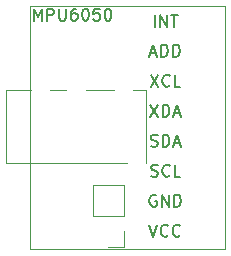
<source format=gbr>
G04 #@! TF.GenerationSoftware,KiCad,Pcbnew,(5.1.5)-3*
G04 #@! TF.CreationDate,2020-12-21T12:35:23+01:00*
G04 #@! TF.ProjectId,epimetheus_mpu6050,6570696d-6574-4686-9575-735f6d707536,rev?*
G04 #@! TF.SameCoordinates,Original*
G04 #@! TF.FileFunction,Legend,Top*
G04 #@! TF.FilePolarity,Positive*
%FSLAX46Y46*%
G04 Gerber Fmt 4.6, Leading zero omitted, Abs format (unit mm)*
G04 Created by KiCad (PCBNEW (5.1.5)-3) date 2020-12-21 12:35:23*
%MOMM*%
%LPD*%
G04 APERTURE LIST*
%ADD10C,0.150000*%
%ADD11C,0.120000*%
G04 APERTURE END LIST*
D10*
X164378095Y-22042380D02*
X164378095Y-21042380D01*
X164711428Y-21756666D01*
X165044761Y-21042380D01*
X165044761Y-22042380D01*
X165520952Y-22042380D02*
X165520952Y-21042380D01*
X165901904Y-21042380D01*
X165997142Y-21090000D01*
X166044761Y-21137619D01*
X166092380Y-21232857D01*
X166092380Y-21375714D01*
X166044761Y-21470952D01*
X165997142Y-21518571D01*
X165901904Y-21566190D01*
X165520952Y-21566190D01*
X166520952Y-21042380D02*
X166520952Y-21851904D01*
X166568571Y-21947142D01*
X166616190Y-21994761D01*
X166711428Y-22042380D01*
X166901904Y-22042380D01*
X166997142Y-21994761D01*
X167044761Y-21947142D01*
X167092380Y-21851904D01*
X167092380Y-21042380D01*
X167997142Y-21042380D02*
X167806666Y-21042380D01*
X167711428Y-21090000D01*
X167663809Y-21137619D01*
X167568571Y-21280476D01*
X167520952Y-21470952D01*
X167520952Y-21851904D01*
X167568571Y-21947142D01*
X167616190Y-21994761D01*
X167711428Y-22042380D01*
X167901904Y-22042380D01*
X167997142Y-21994761D01*
X168044761Y-21947142D01*
X168092380Y-21851904D01*
X168092380Y-21613809D01*
X168044761Y-21518571D01*
X167997142Y-21470952D01*
X167901904Y-21423333D01*
X167711428Y-21423333D01*
X167616190Y-21470952D01*
X167568571Y-21518571D01*
X167520952Y-21613809D01*
X168711428Y-21042380D02*
X168806666Y-21042380D01*
X168901904Y-21090000D01*
X168949523Y-21137619D01*
X168997142Y-21232857D01*
X169044761Y-21423333D01*
X169044761Y-21661428D01*
X168997142Y-21851904D01*
X168949523Y-21947142D01*
X168901904Y-21994761D01*
X168806666Y-22042380D01*
X168711428Y-22042380D01*
X168616190Y-21994761D01*
X168568571Y-21947142D01*
X168520952Y-21851904D01*
X168473333Y-21661428D01*
X168473333Y-21423333D01*
X168520952Y-21232857D01*
X168568571Y-21137619D01*
X168616190Y-21090000D01*
X168711428Y-21042380D01*
X169949523Y-21042380D02*
X169473333Y-21042380D01*
X169425714Y-21518571D01*
X169473333Y-21470952D01*
X169568571Y-21423333D01*
X169806666Y-21423333D01*
X169901904Y-21470952D01*
X169949523Y-21518571D01*
X169997142Y-21613809D01*
X169997142Y-21851904D01*
X169949523Y-21947142D01*
X169901904Y-21994761D01*
X169806666Y-22042380D01*
X169568571Y-22042380D01*
X169473333Y-21994761D01*
X169425714Y-21947142D01*
X170616190Y-21042380D02*
X170711428Y-21042380D01*
X170806666Y-21090000D01*
X170854285Y-21137619D01*
X170901904Y-21232857D01*
X170949523Y-21423333D01*
X170949523Y-21661428D01*
X170901904Y-21851904D01*
X170854285Y-21947142D01*
X170806666Y-21994761D01*
X170711428Y-22042380D01*
X170616190Y-22042380D01*
X170520952Y-21994761D01*
X170473333Y-21947142D01*
X170425714Y-21851904D01*
X170378095Y-21661428D01*
X170378095Y-21423333D01*
X170425714Y-21232857D01*
X170473333Y-21137619D01*
X170520952Y-21090000D01*
X170616190Y-21042380D01*
D11*
X180594000Y-20828000D02*
X180594000Y-41402000D01*
X164084000Y-20828000D02*
X180594000Y-20828000D01*
X164084000Y-41402000D02*
X164084000Y-20828000D01*
X180594000Y-41402000D02*
X164084000Y-41402000D01*
X172018000Y-41208000D02*
X170688000Y-41208000D01*
X172018000Y-39878000D02*
X172018000Y-41208000D01*
X172018000Y-38608000D02*
X169358000Y-38608000D01*
X169358000Y-38608000D02*
X169358000Y-36008000D01*
X172018000Y-38608000D02*
X172018000Y-36008000D01*
X172018000Y-36008000D02*
X169358000Y-36008000D01*
X162052000Y-27888000D02*
X162052000Y-34088000D01*
X173873000Y-34088000D02*
X173873000Y-27888000D01*
X162052000Y-27888000D02*
X164148000Y-27888000D01*
X165798000Y-27888000D02*
X167148000Y-27888000D01*
X168798000Y-27888000D02*
X171198000Y-27888000D01*
X172748000Y-27888000D02*
X173873000Y-27888000D01*
X172298000Y-34088000D02*
X162052000Y-34088000D01*
D10*
X174609238Y-22550380D02*
X174609238Y-21550380D01*
X175085428Y-22550380D02*
X175085428Y-21550380D01*
X175656857Y-22550380D01*
X175656857Y-21550380D01*
X175990190Y-21550380D02*
X176561619Y-21550380D01*
X176275904Y-22550380D02*
X176275904Y-21550380D01*
X174275904Y-24804666D02*
X174752095Y-24804666D01*
X174180666Y-25090380D02*
X174514000Y-24090380D01*
X174847333Y-25090380D01*
X175180666Y-25090380D02*
X175180666Y-24090380D01*
X175418761Y-24090380D01*
X175561619Y-24138000D01*
X175656857Y-24233238D01*
X175704476Y-24328476D01*
X175752095Y-24518952D01*
X175752095Y-24661809D01*
X175704476Y-24852285D01*
X175656857Y-24947523D01*
X175561619Y-25042761D01*
X175418761Y-25090380D01*
X175180666Y-25090380D01*
X176180666Y-25090380D02*
X176180666Y-24090380D01*
X176418761Y-24090380D01*
X176561619Y-24138000D01*
X176656857Y-24233238D01*
X176704476Y-24328476D01*
X176752095Y-24518952D01*
X176752095Y-24661809D01*
X176704476Y-24852285D01*
X176656857Y-24947523D01*
X176561619Y-25042761D01*
X176418761Y-25090380D01*
X176180666Y-25090380D01*
X174275904Y-26630380D02*
X174942571Y-27630380D01*
X174942571Y-26630380D02*
X174275904Y-27630380D01*
X175894952Y-27535142D02*
X175847333Y-27582761D01*
X175704476Y-27630380D01*
X175609238Y-27630380D01*
X175466380Y-27582761D01*
X175371142Y-27487523D01*
X175323523Y-27392285D01*
X175275904Y-27201809D01*
X175275904Y-27058952D01*
X175323523Y-26868476D01*
X175371142Y-26773238D01*
X175466380Y-26678000D01*
X175609238Y-26630380D01*
X175704476Y-26630380D01*
X175847333Y-26678000D01*
X175894952Y-26725619D01*
X176799714Y-27630380D02*
X176323523Y-27630380D01*
X176323523Y-26630380D01*
X174252095Y-29170380D02*
X174918761Y-30170380D01*
X174918761Y-29170380D02*
X174252095Y-30170380D01*
X175299714Y-30170380D02*
X175299714Y-29170380D01*
X175537809Y-29170380D01*
X175680666Y-29218000D01*
X175775904Y-29313238D01*
X175823523Y-29408476D01*
X175871142Y-29598952D01*
X175871142Y-29741809D01*
X175823523Y-29932285D01*
X175775904Y-30027523D01*
X175680666Y-30122761D01*
X175537809Y-30170380D01*
X175299714Y-30170380D01*
X176252095Y-29884666D02*
X176728285Y-29884666D01*
X176156857Y-30170380D02*
X176490190Y-29170380D01*
X176823523Y-30170380D01*
X174299714Y-32662761D02*
X174442571Y-32710380D01*
X174680666Y-32710380D01*
X174775904Y-32662761D01*
X174823523Y-32615142D01*
X174871142Y-32519904D01*
X174871142Y-32424666D01*
X174823523Y-32329428D01*
X174775904Y-32281809D01*
X174680666Y-32234190D01*
X174490190Y-32186571D01*
X174394952Y-32138952D01*
X174347333Y-32091333D01*
X174299714Y-31996095D01*
X174299714Y-31900857D01*
X174347333Y-31805619D01*
X174394952Y-31758000D01*
X174490190Y-31710380D01*
X174728285Y-31710380D01*
X174871142Y-31758000D01*
X175299714Y-32710380D02*
X175299714Y-31710380D01*
X175537809Y-31710380D01*
X175680666Y-31758000D01*
X175775904Y-31853238D01*
X175823523Y-31948476D01*
X175871142Y-32138952D01*
X175871142Y-32281809D01*
X175823523Y-32472285D01*
X175775904Y-32567523D01*
X175680666Y-32662761D01*
X175537809Y-32710380D01*
X175299714Y-32710380D01*
X176252095Y-32424666D02*
X176728285Y-32424666D01*
X176156857Y-32710380D02*
X176490190Y-31710380D01*
X176823523Y-32710380D01*
X174323523Y-35202761D02*
X174466380Y-35250380D01*
X174704476Y-35250380D01*
X174799714Y-35202761D01*
X174847333Y-35155142D01*
X174894952Y-35059904D01*
X174894952Y-34964666D01*
X174847333Y-34869428D01*
X174799714Y-34821809D01*
X174704476Y-34774190D01*
X174514000Y-34726571D01*
X174418761Y-34678952D01*
X174371142Y-34631333D01*
X174323523Y-34536095D01*
X174323523Y-34440857D01*
X174371142Y-34345619D01*
X174418761Y-34298000D01*
X174514000Y-34250380D01*
X174752095Y-34250380D01*
X174894952Y-34298000D01*
X175894952Y-35155142D02*
X175847333Y-35202761D01*
X175704476Y-35250380D01*
X175609238Y-35250380D01*
X175466380Y-35202761D01*
X175371142Y-35107523D01*
X175323523Y-35012285D01*
X175275904Y-34821809D01*
X175275904Y-34678952D01*
X175323523Y-34488476D01*
X175371142Y-34393238D01*
X175466380Y-34298000D01*
X175609238Y-34250380D01*
X175704476Y-34250380D01*
X175847333Y-34298000D01*
X175894952Y-34345619D01*
X176799714Y-35250380D02*
X176323523Y-35250380D01*
X176323523Y-34250380D01*
X174752095Y-36838000D02*
X174656857Y-36790380D01*
X174514000Y-36790380D01*
X174371142Y-36838000D01*
X174275904Y-36933238D01*
X174228285Y-37028476D01*
X174180666Y-37218952D01*
X174180666Y-37361809D01*
X174228285Y-37552285D01*
X174275904Y-37647523D01*
X174371142Y-37742761D01*
X174514000Y-37790380D01*
X174609238Y-37790380D01*
X174752095Y-37742761D01*
X174799714Y-37695142D01*
X174799714Y-37361809D01*
X174609238Y-37361809D01*
X175228285Y-37790380D02*
X175228285Y-36790380D01*
X175799714Y-37790380D01*
X175799714Y-36790380D01*
X176275904Y-37790380D02*
X176275904Y-36790380D01*
X176514000Y-36790380D01*
X176656857Y-36838000D01*
X176752095Y-36933238D01*
X176799714Y-37028476D01*
X176847333Y-37218952D01*
X176847333Y-37361809D01*
X176799714Y-37552285D01*
X176752095Y-37647523D01*
X176656857Y-37742761D01*
X176514000Y-37790380D01*
X176275904Y-37790380D01*
X174180666Y-39330380D02*
X174514000Y-40330380D01*
X174847333Y-39330380D01*
X175752095Y-40235142D02*
X175704476Y-40282761D01*
X175561619Y-40330380D01*
X175466380Y-40330380D01*
X175323523Y-40282761D01*
X175228285Y-40187523D01*
X175180666Y-40092285D01*
X175133047Y-39901809D01*
X175133047Y-39758952D01*
X175180666Y-39568476D01*
X175228285Y-39473238D01*
X175323523Y-39378000D01*
X175466380Y-39330380D01*
X175561619Y-39330380D01*
X175704476Y-39378000D01*
X175752095Y-39425619D01*
X176752095Y-40235142D02*
X176704476Y-40282761D01*
X176561619Y-40330380D01*
X176466380Y-40330380D01*
X176323523Y-40282761D01*
X176228285Y-40187523D01*
X176180666Y-40092285D01*
X176133047Y-39901809D01*
X176133047Y-39758952D01*
X176180666Y-39568476D01*
X176228285Y-39473238D01*
X176323523Y-39378000D01*
X176466380Y-39330380D01*
X176561619Y-39330380D01*
X176704476Y-39378000D01*
X176752095Y-39425619D01*
M02*

</source>
